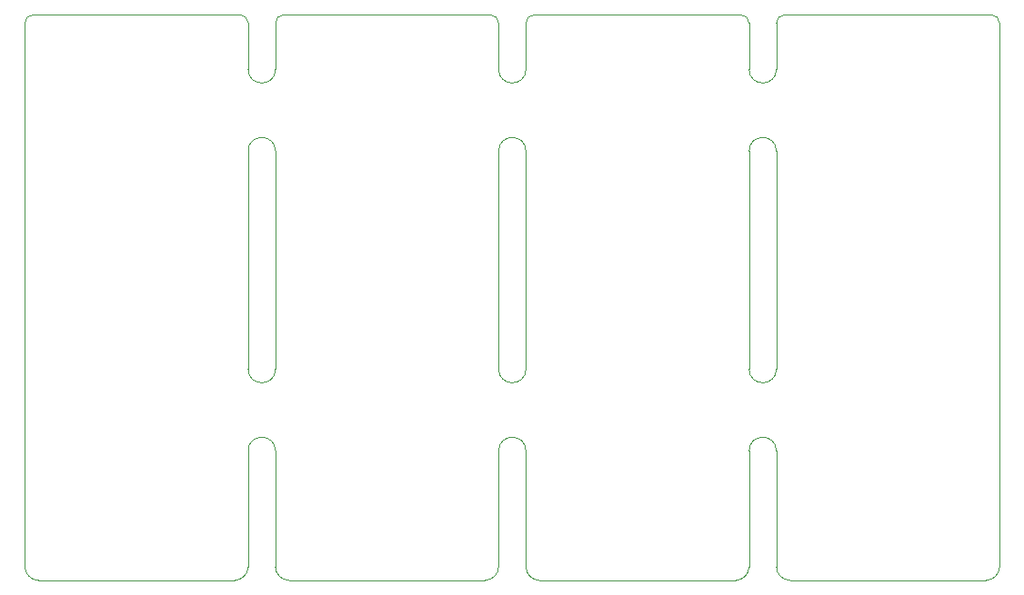
<source format=gbr>
G04 #@! TF.GenerationSoftware,KiCad,Pcbnew,(6.0.6)*
G04 #@! TF.CreationDate,2022-08-01T11:49:19+07:00*
G04 #@! TF.ProjectId,nRFpill,6e524670-696c-46c2-9e6b-696361645f70,rev?*
G04 #@! TF.SameCoordinates,Original*
G04 #@! TF.FileFunction,Profile,NP*
%FSLAX46Y46*%
G04 Gerber Fmt 4.6, Leading zero omitted, Abs format (unit mm)*
G04 Created by KiCad (PCBNEW (6.0.6)) date 2022-08-01 11:49:19*
%MOMM*%
%LPD*%
G01*
G04 APERTURE LIST*
G04 #@! TA.AperFunction,Profile*
%ADD10C,0.100000*%
G04 #@! TD*
G04 #@! TA.AperFunction,Profile*
%ADD11C,0.120000*%
G04 #@! TD*
G04 APERTURE END LIST*
D10*
X107830000Y-61595000D02*
X107830000Y-41275000D01*
X107830000Y-80010000D02*
X107830000Y-69215000D01*
X110370000Y-61595000D02*
X110370000Y-41275000D01*
X110370000Y-29337000D02*
X110370000Y-33655000D01*
X110370000Y-80010000D02*
X110370000Y-69215000D01*
X107830000Y-29337000D02*
X107830000Y-33655000D01*
X84510000Y-29337000D02*
X84510000Y-33655000D01*
X84510000Y-80010000D02*
X84510000Y-69215000D01*
X87050000Y-80010000D02*
X87050000Y-69215000D01*
X84510000Y-61595000D02*
X84510000Y-41275000D01*
X87050000Y-61595000D02*
X87050000Y-41275000D01*
X87050000Y-29337000D02*
X87050000Y-33655000D01*
X63730000Y-61595000D02*
X63730000Y-41275000D01*
X61190000Y-80010000D02*
X61190000Y-69215000D01*
X63730000Y-80010000D02*
X63730000Y-69215000D01*
X61190000Y-29337000D02*
X61190000Y-33655000D01*
X63730000Y-80010000D02*
G75*
G03*
X65000000Y-81280000I1270000J0D01*
G01*
X54610000Y-81280000D02*
X41680000Y-81280000D01*
X59920000Y-81280000D02*
X54610000Y-81280000D01*
X87050000Y-80010000D02*
G75*
G03*
X88320000Y-81280000I1270000J0D01*
G01*
X41172000Y-28575000D02*
G75*
G03*
X40410000Y-29337000I0J-762000D01*
G01*
X83240000Y-81280000D02*
X77930000Y-81280000D01*
X129880000Y-81280000D02*
G75*
G03*
X131150000Y-80010000I0J1270000D01*
G01*
X46990000Y-28575000D02*
X60428000Y-28575000D01*
X61190000Y-29337000D02*
G75*
G03*
X60428000Y-28575000I-762000J0D01*
G01*
X83240000Y-81280000D02*
G75*
G03*
X84510000Y-80010000I0J1270000D01*
G01*
X64492000Y-28575000D02*
G75*
G03*
X63730000Y-29337000I0J-762000D01*
G01*
X77930000Y-81280000D02*
X65000000Y-81280000D01*
X106560000Y-81280000D02*
X101250000Y-81280000D01*
X129880000Y-81280000D02*
X124570000Y-81280000D01*
X101250000Y-81280000D02*
X88320000Y-81280000D01*
X131150000Y-80010000D02*
X131150000Y-29337000D01*
X124570000Y-81280000D02*
X111640000Y-81280000D01*
X93630000Y-28575000D02*
X87812000Y-28575000D01*
X111132000Y-28575000D02*
G75*
G03*
X110370000Y-29337000I0J-762000D01*
G01*
X59920000Y-81280000D02*
G75*
G03*
X61190000Y-80010000I0J1270000D01*
G01*
X124570000Y-28575000D02*
X130388000Y-28575000D01*
X40410000Y-80010000D02*
G75*
G03*
X41680000Y-81280000I1270000J0D01*
G01*
X110370000Y-80010000D02*
G75*
G03*
X111640000Y-81280000I1270000J0D01*
G01*
X84510000Y-29337000D02*
G75*
G03*
X83748000Y-28575000I-762000J0D01*
G01*
X131150000Y-29337000D02*
G75*
G03*
X130388000Y-28575000I-762000J0D01*
G01*
X61190000Y-61595000D02*
X61190000Y-41275000D01*
X87812000Y-28575000D02*
G75*
G03*
X87050000Y-29337000I0J-762000D01*
G01*
X63730000Y-29337000D02*
X63730000Y-33655000D01*
X77930000Y-28575000D02*
X83748000Y-28575000D01*
X124570000Y-28575000D02*
X111132000Y-28575000D01*
X93630000Y-28575000D02*
X107068000Y-28575000D01*
X106560000Y-81280000D02*
G75*
G03*
X107830000Y-80010000I0J1270000D01*
G01*
X40410000Y-29337000D02*
X40410000Y-80010000D01*
X77930000Y-28575000D02*
X64492000Y-28575000D01*
X46990000Y-28575000D02*
X41172000Y-28575000D01*
X107830000Y-29337000D02*
G75*
G03*
X107068000Y-28575000I-762000J0D01*
G01*
D11*
X110370000Y-41275000D02*
G75*
G03*
X107830000Y-41275000I-1270000J0D01*
G01*
X107830000Y-33655000D02*
G75*
G03*
X110370000Y-33655000I1270000J0D01*
G01*
X110370000Y-69215000D02*
G75*
G03*
X107830000Y-69215000I-1270000J0D01*
G01*
X107830000Y-61595000D02*
G75*
G03*
X110370000Y-61595000I1270000J0D01*
G01*
X87050000Y-69215000D02*
G75*
G03*
X84510000Y-69215000I-1270000J0D01*
G01*
X84510000Y-61595000D02*
G75*
G03*
X87050000Y-61595000I1270000J0D01*
G01*
X87050000Y-41275000D02*
G75*
G03*
X84510000Y-41275000I-1270000J0D01*
G01*
X84510000Y-33655000D02*
G75*
G03*
X87050000Y-33655000I1270000J0D01*
G01*
X61190000Y-61595000D02*
G75*
G03*
X63730000Y-61595000I1270000J0D01*
G01*
X63730000Y-69215000D02*
G75*
G03*
X61190000Y-69215000I-1270000J0D01*
G01*
X61190000Y-33655000D02*
G75*
G03*
X63730000Y-33655000I1270000J0D01*
G01*
X63730000Y-41275000D02*
G75*
G03*
X61190000Y-41275000I-1270000J0D01*
G01*
M02*

</source>
